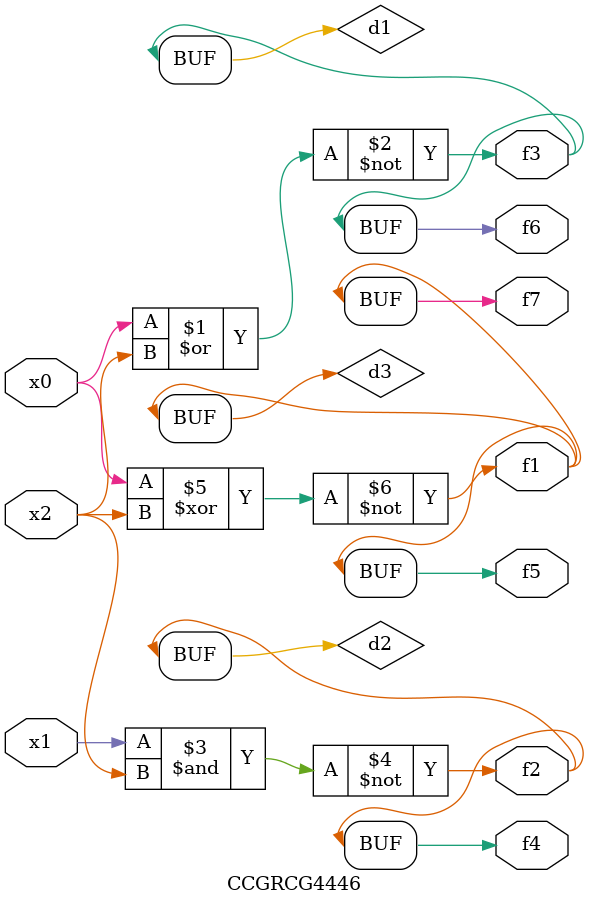
<source format=v>
module CCGRCG4446(
	input x0, x1, x2,
	output f1, f2, f3, f4, f5, f6, f7
);

	wire d1, d2, d3;

	nor (d1, x0, x2);
	nand (d2, x1, x2);
	xnor (d3, x0, x2);
	assign f1 = d3;
	assign f2 = d2;
	assign f3 = d1;
	assign f4 = d2;
	assign f5 = d3;
	assign f6 = d1;
	assign f7 = d3;
endmodule

</source>
